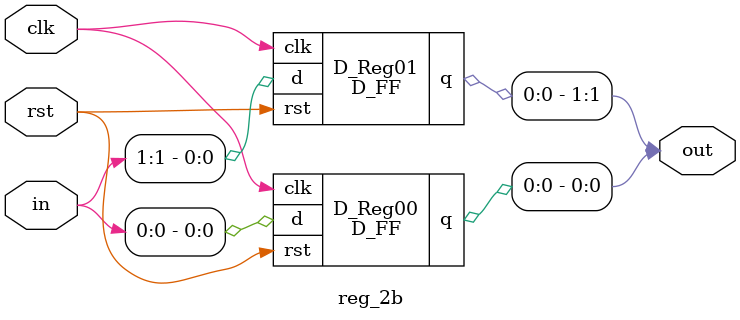
<source format=v>
module HLSM(Do, Eo, b, Di, Ei, F, rst, clk);
    //HLSM 5.8.4
    output [3:0] Do, Eo;
    input [3:0] Di, Ei, F;
    input b, rst, clk;
    wire w_DE_eq_F, w_E_s, w_E_ld, w_D_s, w_D_ld;

    Controller Controller_00(w_E_s, w_E_ld, w_D_s, w_D_ld, b, w_DE_eq_F, rst, clk);
    DataPath DataPath_00(Do, Eo, w_DE_eq_F, Di, Ei, F, w_E_s, w_E_ld, w_D_s, w_D_ld, rst, clk);

endmodule

module Controller(E_s, E_ld, D_s, D_ld, b, DE_eq_F, rst, clk);
    //Controller for HLSM 5.8.4
    output E_s, E_ld, D_s, D_ld;
    input b, DE_eq_F, rst, clk;
    wire [1:0] w_n, w_p;

    reg_2b reg_2b_state(w_p, w_n, rst, clk);

    assign w_n[1] = ~w_p[1] && w_p[0] && DE_eq_F;
    assign w_n[0] = ~w_p[1] && ~w_p[0] && b;
    assign E_s = w_p[1] && ~w_p[0];
    assign E_ld = ~w_p[0];
    assign D_s = w_p[1] && ~w_p[0];
    assign D_ld = ~w_p[0];

endmodule

module DataPath(Do, Eo, DE_eq_F, Di, Ei, F, E_s, E_ld, D_s, D_ld, rst, clk);
    //DataPath for HLSM 5.8.4
    output [3:0] Do, Eo;
    output DE_eq_F;
    input [3:0] Di, Ei, F;
    input E_s, E_ld, D_s, D_ld, rst, clk;
    wire [3:0] w_add_out, w_E_mux_out, w_D_mux_out;
    wire unused;

    adder_4b adder_4b_Di_Ei(w_add_out, unused, Di, Ei);
    comparator_4b comparator_4b_DiEi_F(unused, unused, DE_eq_F, w_add_out, F);
    mux_2x1_4b mux_2x1_4b_E(w_E_mux_out, 4'b0000, Ei, E_s);
    load_reg_4b load_reg_4b_E(Eo, w_E_mux_out, E_ld, rst, clk);
    mux_2x1_4b mux_2x1_4b_D(w_D_mux_out, 4'b0000, Di, D_s);
    load_reg_4b load_reg_4b_D(Do, w_D_mux_out, D_ld, rst, clk);

endmodule

module adder_4b(out, cout, num1, num2);
    //4 bit Adder
    output [3:0] out;
    output cout;
    input [3:0] num1;
    input [3:0] num2;
    wire c1, c2, c3;

    full_adder full_adder_01(out[0], c1, num1[0], num2[0], 1'b0);
    full_adder full_adder_02(out[1], c2, num1[1], num2[1], c1);
    full_adder full_adder_03(out[2], c3, num1[2], num2[2], c2);
    full_adder full_adder_04(out[3], cout, num1[3], num2[3], c3);
endmodule

module full_adder(a, cout, i1, i2, cin);
    //Full Adder
    output a, cout;
    input i1, i2, cin;
    wire w_a1, w_c1, w_c2;

    half_adder half_adder_01(w_a1, w_c1, i1, i2);
    half_adder half_adder_02(a, w_c2, cin, w_a1);

    assign cout = w_c1 || w_c2;
endmodule

module half_adder(a, c, i1, i2);
    //Half-Adder
    output a, c;
    input i1, i2;

    //EDA Playground didn't like xor
    //assign a = i1 xor i2;
    assign a = (i1 && ~i2) || (~i1 && i2);
    assign c = i1 && i2;
endmodule

module comparator_4b(gto, lto, eqo, num1, num2);
    //4 bit comparator
    output gto, lto, eqo;
    input [3:0] num1, num2;
    wire w_gt03, w_gt02, w_gt01, w_lt03, w_lt02, w_lt01, w_eq03, w_eq02, w_eq01;

    comparator comparator03(w_gt03, w_lt03, w_eq03, num1[3], num2[3], 1'b0, 1'b0, 1'b1);
    comparator comparator02(w_gt02, w_lt02, w_eq02, num1[2], num2[2], w_gt03, w_lt03, w_eq03);
    comparator comparator01(w_gt01, w_lt01, w_eq01, num1[1], num2[1], w_gt02, w_lt02, w_eq02);
    comparator comparator00(gto, lto, eqo, num1[0], num2[0], w_gt01, w_lt01, w_eq01);

endmodule

module comparator(gto, lto, eqo, num1, num2, gti, lti, eqi);
    //Comparator
    output gto, lto, eqo;
    input num1, num2, gti, lti, eqi;

    assign gto = gti || (eqi && num1 && ~num2);
    assign lto = lti || (eqi && ~num1 && num2);
    assign eqo = eqi && ((num1 && num2) || (~num1 && ~num2));
    
endmodule

module mux_2x1_4b(out, i0, i1, s);
    //4-bit 2x1 Mux
    output [3:0] out;
    input [3:0] i0, i1;
    input s;

    mux_2x1 mux_2x1_00(out[0], i0[0], i1[0], s);
    mux_2x1 mux_2x1_01(out[1], i0[1], i1[1], s);
    mux_2x1 mux_2x1_10(out[2], i0[2], i1[2], s);
    mux_2x1 mux_2x1_11(out[3], i0[3], i1[3], s);

endmodule

module mux_2x1(out, i0, i1, s);
    //1-bit 2x1 Mux
    output out;
    input i0, i1, s;

    assign out = (~s && i0) || (s && i1);
    
endmodule

module load_reg_4b(out, in, ld, rst, clk);
    //4-bit Load Register
    output [3:0] out;
    input [3:0] in;
    input ld, rst, clk;

    load_reg load_reg_00(out[0], in[0], ld, rst, clk);
    load_reg load_reg_01(out[1], in[1], ld, rst, clk);
    load_reg load_reg_02(out[2], in[2], ld, rst, clk);
    load_reg load_reg_03(out[3], in[3], ld, rst, clk);

endmodule

module load_reg(out, in, ld, rst, clk);
    //1-bit Load Register
    output out;
    input in, ld, rst, clk;
    wire w_mux_out, w_out;

    assign w_out = out;
    mux_2x1 mux_2x1_00(w_mux_out, w_out, in, ld);
    D_FF D_FF_00(out, w_mux_out, rst, clk);
    
endmodule

module D_FF(q, d, rst, clk);
    output q;
    input d, rst, clk;
    reg q;

    always @(posedge clk) begin
        if (rst)
            q <= 0;
        else
            q <= d;
    end
endmodule

module reg_2b(out, in, rst, clk);
    output [1:0] out;
    input [1:0] in;
    input rst, clk;

    D_FF D_Reg00(out[0], in[0], rst, clk);
    D_FF D_Reg01(out[1], in[1], rst, clk);

endmodule
</source>
